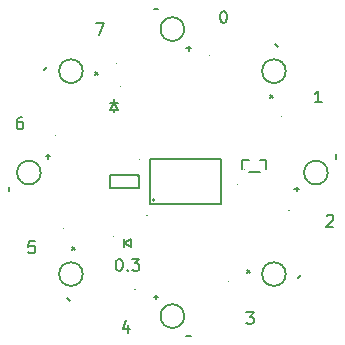
<source format=gto>
%TF.GenerationSoftware,KiCad,Pcbnew,9.0.0*%
%TF.CreationDate,2025-04-22T13:41:16+01:00*%
%TF.ProjectId,vm_rgb_ring_0.3,766d5f72-6762-45f7-9269-6e675f302e33,v0.3*%
%TF.SameCoordinates,PX4f64b50PY4749830*%
%TF.FileFunction,Legend,Top*%
%TF.FilePolarity,Positive*%
%FSLAX45Y45*%
G04 Gerber Fmt 4.5, Leading zero omitted, Abs format (unit mm)*
G04 Created by KiCad (PCBNEW 9.0.0) date 2025-04-22 13:41:16*
%MOMM*%
%LPD*%
G01*
G04 APERTURE LIST*
%ADD10C,0.200000*%
%ADD11C,0.150000*%
%ADD12C,0.075000*%
G04 APERTURE END LIST*
D10*
X-1270176Y463278D02*
X-1289223Y463278D01*
X-1289223Y463278D02*
X-1298747Y458516D01*
X-1298747Y458516D02*
X-1303509Y453754D01*
X-1303509Y453754D02*
X-1313033Y439469D01*
X-1313033Y439469D02*
X-1317795Y420421D01*
X-1317795Y420421D02*
X-1317795Y382326D01*
X-1317795Y382326D02*
X-1313033Y372802D01*
X-1313033Y372802D02*
X-1308271Y368040D01*
X-1308271Y368040D02*
X-1298747Y363278D01*
X-1298747Y363278D02*
X-1279699Y363278D01*
X-1279699Y363278D02*
X-1270176Y368040D01*
X-1270176Y368040D02*
X-1265414Y372802D01*
X-1265414Y372802D02*
X-1260652Y382326D01*
X-1260652Y382326D02*
X-1260652Y406135D01*
X-1260652Y406135D02*
X-1265414Y415659D01*
X-1265414Y415659D02*
X-1270176Y420421D01*
X-1270176Y420421D02*
X-1279699Y425183D01*
X-1279699Y425183D02*
X-1298747Y425183D01*
X-1298747Y425183D02*
X-1308271Y420421D01*
X-1308271Y420421D02*
X-1313033Y415659D01*
X-1313033Y415659D02*
X-1317795Y406135D01*
X-370176Y-1295055D02*
X-370176Y-1361722D01*
X-393985Y-1256960D02*
X-417795Y-1328389D01*
X-417795Y-1328389D02*
X-355890Y-1328389D01*
X1264348Y588278D02*
X1207205Y588278D01*
X1235777Y588278D02*
X1235777Y688278D01*
X1235777Y688278D02*
X1226253Y673992D01*
X1226253Y673992D02*
X1216729Y664469D01*
X1216729Y664469D02*
X1207205Y659707D01*
X-647557Y1263278D02*
X-580890Y1263278D01*
X-580890Y1263278D02*
X-623747Y1163278D01*
X1307205Y-371246D02*
X1311967Y-366484D01*
X1311967Y-366484D02*
X1321491Y-361722D01*
X1321491Y-361722D02*
X1345301Y-361722D01*
X1345301Y-361722D02*
X1354824Y-366484D01*
X1354824Y-366484D02*
X1359586Y-371246D01*
X1359586Y-371246D02*
X1364348Y-380769D01*
X1364348Y-380769D02*
X1364348Y-390293D01*
X1364348Y-390293D02*
X1359586Y-404579D01*
X1359586Y-404579D02*
X1302444Y-461722D01*
X1302444Y-461722D02*
X1364348Y-461722D01*
X431015Y1363278D02*
X440539Y1363278D01*
X440539Y1363278D02*
X450062Y1358516D01*
X450062Y1358516D02*
X454824Y1353754D01*
X454824Y1353754D02*
X459586Y1344231D01*
X459586Y1344231D02*
X464348Y1325183D01*
X464348Y1325183D02*
X464348Y1301373D01*
X464348Y1301373D02*
X459586Y1282326D01*
X459586Y1282326D02*
X454824Y1272802D01*
X454824Y1272802D02*
X450062Y1268040D01*
X450062Y1268040D02*
X440539Y1263278D01*
X440539Y1263278D02*
X431015Y1263278D01*
X431015Y1263278D02*
X421491Y1268040D01*
X421491Y1268040D02*
X416729Y1272802D01*
X416729Y1272802D02*
X411967Y1282326D01*
X411967Y1282326D02*
X407205Y1301373D01*
X407205Y1301373D02*
X407205Y1325183D01*
X407205Y1325183D02*
X411967Y1344231D01*
X411967Y1344231D02*
X416729Y1353754D01*
X416729Y1353754D02*
X421491Y1358516D01*
X421491Y1358516D02*
X431015Y1363278D01*
X-453985Y-736722D02*
X-444461Y-736722D01*
X-444461Y-736722D02*
X-434937Y-741484D01*
X-434937Y-741484D02*
X-430176Y-746246D01*
X-430176Y-746246D02*
X-425414Y-755769D01*
X-425414Y-755769D02*
X-420652Y-774817D01*
X-420652Y-774817D02*
X-420652Y-798627D01*
X-420652Y-798627D02*
X-425414Y-817674D01*
X-425414Y-817674D02*
X-430176Y-827198D01*
X-430176Y-827198D02*
X-434937Y-831960D01*
X-434937Y-831960D02*
X-444461Y-836722D01*
X-444461Y-836722D02*
X-453985Y-836722D01*
X-453985Y-836722D02*
X-463509Y-831960D01*
X-463509Y-831960D02*
X-468271Y-827198D01*
X-468271Y-827198D02*
X-473033Y-817674D01*
X-473033Y-817674D02*
X-477795Y-798627D01*
X-477795Y-798627D02*
X-477795Y-774817D01*
X-477795Y-774817D02*
X-473033Y-755769D01*
X-473033Y-755769D02*
X-468271Y-746246D01*
X-468271Y-746246D02*
X-463509Y-741484D01*
X-463509Y-741484D02*
X-453985Y-736722D01*
X-377795Y-827198D02*
X-373033Y-831960D01*
X-373033Y-831960D02*
X-377795Y-836722D01*
X-377795Y-836722D02*
X-382556Y-831960D01*
X-382556Y-831960D02*
X-377795Y-827198D01*
X-377795Y-827198D02*
X-377795Y-836722D01*
X-339699Y-736722D02*
X-277795Y-736722D01*
X-277795Y-736722D02*
X-311128Y-774817D01*
X-311128Y-774817D02*
X-296842Y-774817D01*
X-296842Y-774817D02*
X-287319Y-779579D01*
X-287319Y-779579D02*
X-282557Y-784341D01*
X-282557Y-784341D02*
X-277795Y-793865D01*
X-277795Y-793865D02*
X-277795Y-817674D01*
X-277795Y-817674D02*
X-282557Y-827198D01*
X-282557Y-827198D02*
X-287319Y-831960D01*
X-287319Y-831960D02*
X-296842Y-836722D01*
X-296842Y-836722D02*
X-325414Y-836722D01*
X-325414Y-836722D02*
X-334938Y-831960D01*
X-334938Y-831960D02*
X-339699Y-827198D01*
X-1165414Y-586722D02*
X-1213033Y-586722D01*
X-1213033Y-586722D02*
X-1217795Y-634341D01*
X-1217795Y-634341D02*
X-1213033Y-629579D01*
X-1213033Y-629579D02*
X-1203509Y-624817D01*
X-1203509Y-624817D02*
X-1179699Y-624817D01*
X-1179699Y-624817D02*
X-1170176Y-629579D01*
X-1170176Y-629579D02*
X-1165414Y-634341D01*
X-1165414Y-634341D02*
X-1160652Y-643865D01*
X-1160652Y-643865D02*
X-1160652Y-667674D01*
X-1160652Y-667674D02*
X-1165414Y-677198D01*
X-1165414Y-677198D02*
X-1170176Y-681960D01*
X-1170176Y-681960D02*
X-1179699Y-686722D01*
X-1179699Y-686722D02*
X-1203509Y-686722D01*
X-1203509Y-686722D02*
X-1213033Y-681960D01*
X-1213033Y-681960D02*
X-1217795Y-677198D01*
X627444Y-1186722D02*
X689348Y-1186722D01*
X689348Y-1186722D02*
X656015Y-1224817D01*
X656015Y-1224817D02*
X670301Y-1224817D01*
X670301Y-1224817D02*
X679824Y-1229579D01*
X679824Y-1229579D02*
X684586Y-1234341D01*
X684586Y-1234341D02*
X689348Y-1243865D01*
X689348Y-1243865D02*
X689348Y-1267674D01*
X689348Y-1267674D02*
X684586Y-1277198D01*
X684586Y-1277198D02*
X679824Y-1281960D01*
X679824Y-1281960D02*
X670301Y-1286722D01*
X670301Y-1286722D02*
X641729Y-1286722D01*
X641729Y-1286722D02*
X632205Y-1281960D01*
X632205Y-1281960D02*
X627444Y-1277198D01*
D11*
%TO.C,LED4*%
X634511Y-832650D02*
X661027Y-859167D01*
X634511Y-859167D02*
X661027Y-832650D01*
X1063194Y-898941D02*
X1089711Y-872425D01*
D12*
X479161Y-928110D02*
G75*
G02*
X471661Y-928110I-3750J0D01*
G01*
X471661Y-928110D02*
G75*
G02*
X479161Y-928110I3750J0D01*
G01*
D11*
X960785Y-864470D02*
G75*
G02*
X760785Y-864470I-100000J0D01*
G01*
X760785Y-864470D02*
G75*
G02*
X960785Y-864470I100000J0D01*
G01*
%TO.C,LED8*%
X-1059894Y888271D02*
X-1086411Y861754D01*
X-631211Y848496D02*
X-657727Y821980D01*
X-631211Y821980D02*
X-657727Y848496D01*
X-757485Y853799D02*
G75*
G02*
X-957485Y853799I-100000J0D01*
G01*
X-957485Y853799D02*
G75*
G02*
X-757485Y853799I100000J0D01*
G01*
D12*
X-468361Y917439D02*
G75*
G02*
X-475861Y917439I-3750J0D01*
G01*
X-475861Y917439D02*
G75*
G02*
X-468361Y917439I3750J0D01*
G01*
%TO.C,U2*%
D11*
X-277500Y-137500D02*
X-522500Y-137500D01*
X-522500Y-22500D01*
X-277500Y-22500D01*
X-277500Y-137500D01*
D12*
X-293750Y-42500D02*
G75*
G02*
X-301250Y-42500I-3750J0D01*
G01*
X-301250Y-42500D02*
G75*
G02*
X-293750Y-42500I3750J0D01*
G01*
X-273750Y102500D02*
G75*
G02*
X-281250Y102500I-3750J0D01*
G01*
X-281250Y102500D02*
G75*
G02*
X-273750Y102500I3750J0D01*
G01*
D11*
%TO.C,D1*%
X-410000Y-632500D02*
X-410000Y-567500D01*
X-405000Y-600000D02*
X-350000Y-567500D01*
X-405000Y-600000D02*
X-350000Y-632500D01*
X-350000Y-632500D02*
X-350000Y-567500D01*
D12*
X-493750Y-547500D02*
G75*
G02*
X-501250Y-547500I-3750J0D01*
G01*
X-501250Y-547500D02*
G75*
G02*
X-493750Y-547500I3750J0D01*
G01*
D11*
%TO.C,LED3*%
X1034150Y-142835D02*
X1071650Y-142835D01*
X1052900Y-161585D02*
X1052900Y-124085D01*
X1384150Y113415D02*
X1384150Y150915D01*
D12*
X992900Y-322835D02*
G75*
G02*
X985400Y-322835I-3750J0D01*
G01*
X985400Y-322835D02*
G75*
G02*
X992900Y-322835I3750J0D01*
G01*
D11*
X1316650Y-5335D02*
G75*
G02*
X1116650Y-5335I-100000J0D01*
G01*
X1116650Y-5335D02*
G75*
G02*
X1316650Y-5335I100000J0D01*
G01*
%TO.C,Q1*%
X595000Y100000D02*
X595000Y25000D01*
X647500Y100000D02*
X595000Y100000D01*
X742500Y0D02*
X647500Y0D01*
X795000Y100000D02*
X742500Y100000D01*
X795000Y100000D02*
X795000Y25000D01*
D12*
X556250Y-105000D02*
G75*
G02*
X548750Y-105000I-3750J0D01*
G01*
X548750Y-105000D02*
G75*
G02*
X556250Y-105000I3750J0D01*
G01*
X618750Y25000D02*
G75*
G02*
X611250Y25000I-3750J0D01*
G01*
X611250Y25000D02*
G75*
G02*
X618750Y25000I3750J0D01*
G01*
%TO.C,U1*%
D11*
X-190500Y107500D02*
X414500Y107500D01*
X414500Y-267500D01*
X-190500Y-267500D01*
X-190500Y107500D01*
D12*
X-209250Y-367500D02*
G75*
G02*
X-216750Y-367500I-3750J0D01*
G01*
X-216750Y-367500D02*
G75*
G02*
X-209250Y-367500I3750J0D01*
G01*
D11*
X-153000Y-237500D02*
G75*
G02*
X-168000Y-237500I-7500J0D01*
G01*
X-168000Y-237500D02*
G75*
G02*
X-153000Y-237500I7500J0D01*
G01*
%TO.C,LED5*%
X-154600Y-1056585D02*
X-117100Y-1056585D01*
X-135850Y-1037835D02*
X-135850Y-1075335D01*
X120400Y-1387835D02*
X157900Y-1387835D01*
D12*
X-312100Y-992835D02*
G75*
G02*
X-319600Y-992835I-3750J0D01*
G01*
X-319600Y-992835D02*
G75*
G02*
X-312100Y-992835I3750J0D01*
G01*
D11*
X101650Y-1220335D02*
G75*
G02*
X-98350Y-1220335I-100000J0D01*
G01*
X-98350Y-1220335D02*
G75*
G02*
X101650Y-1220335I100000J0D01*
G01*
%TO.C,LED2*%
X828965Y627525D02*
X855481Y654042D01*
X855481Y627525D02*
X828965Y654042D01*
X895256Y1056209D02*
X868740Y1082725D01*
X960785Y853799D02*
G75*
G02*
X760785Y853799I-100000J0D01*
G01*
X760785Y853799D02*
G75*
G02*
X960785Y853799I100000J0D01*
G01*
D12*
X928174Y468426D02*
G75*
G02*
X920674Y468426I-3750J0D01*
G01*
X920674Y468426D02*
G75*
G02*
X928174Y468426I3750J0D01*
G01*
D11*
%TO.C,LED7*%
X-1380850Y-124085D02*
X-1380850Y-161585D01*
X-1049600Y150915D02*
X-1049600Y113415D01*
X-1030850Y132165D02*
X-1068350Y132165D01*
X-1113350Y-5335D02*
G75*
G02*
X-1313350Y-5335I-100000J0D01*
G01*
X-1313350Y-5335D02*
G75*
G02*
X-1113350Y-5335I100000J0D01*
G01*
D12*
X-982100Y312165D02*
G75*
G02*
X-989600Y312165I-3750J0D01*
G01*
X-989600Y312165D02*
G75*
G02*
X-982100Y312165I3750J0D01*
G01*
D11*
%TO.C,LED1*%
X-117100Y1377165D02*
X-154600Y1377165D01*
X139150Y1027165D02*
X139150Y1064665D01*
X157900Y1045915D02*
X120400Y1045915D01*
X101650Y1209665D02*
G75*
G02*
X-98350Y1209665I-100000J0D01*
G01*
X-98350Y1209665D02*
G75*
G02*
X101650Y1209665I100000J0D01*
G01*
D12*
X322900Y982165D02*
G75*
G02*
X315400Y982165I-3750J0D01*
G01*
X315400Y982165D02*
G75*
G02*
X322900Y982165I3750J0D01*
G01*
D11*
%TO.C,LED6*%
X-891956Y-1066879D02*
X-865440Y-1093396D01*
X-852181Y-638196D02*
X-825665Y-664712D01*
X-825665Y-638196D02*
X-852181Y-664712D01*
D12*
X-917374Y-479097D02*
G75*
G02*
X-924874Y-479097I-3750J0D01*
G01*
X-924874Y-479097D02*
G75*
G02*
X-917374Y-479097I3750J0D01*
G01*
D11*
X-757485Y-864470D02*
G75*
G02*
X-957485Y-864470I-100000J0D01*
G01*
X-957485Y-864470D02*
G75*
G02*
X-757485Y-864470I100000J0D01*
G01*
%TO.C,D2*%
X-522500Y587500D02*
X-457500Y587500D01*
X-522500Y527500D02*
X-457500Y527500D01*
X-490000Y615000D02*
X-490000Y585000D01*
X-490000Y582500D02*
X-522500Y527500D01*
X-490000Y582500D02*
X-457500Y527500D01*
X-490000Y527500D02*
X-490000Y505000D01*
D12*
X-436250Y720000D02*
G75*
G02*
X-443750Y720000I-3750J0D01*
G01*
X-443750Y720000D02*
G75*
G02*
X-436250Y720000I3750J0D01*
G01*
%TD*%
M02*

</source>
